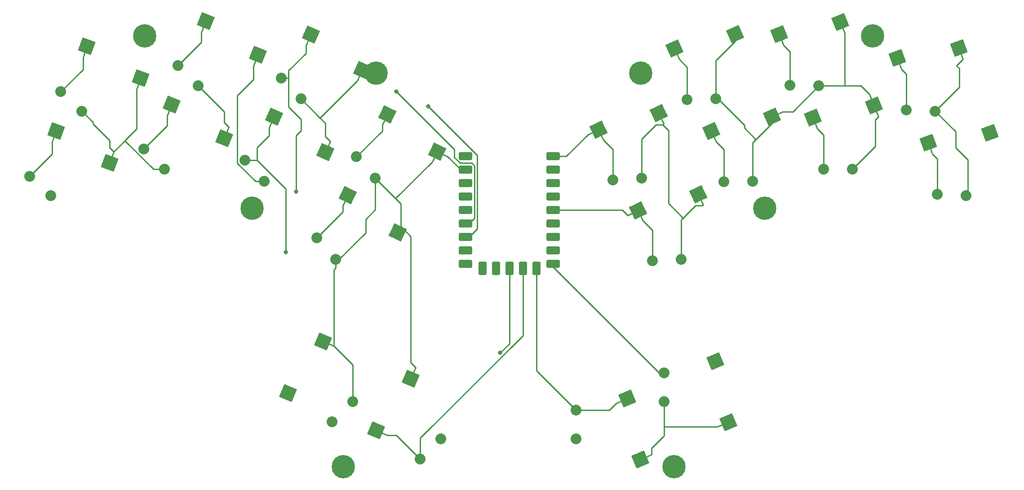
<source format=gbr>
%TF.GenerationSoftware,KiCad,Pcbnew,9.0.0*%
%TF.CreationDate,2025-02-21T22:06:12+01:00*%
%TF.ProjectId,chouchou_mini_choc,63686f75-6368-46f7-955f-6d696e695f63,v1.0.0*%
%TF.SameCoordinates,Original*%
%TF.FileFunction,Copper,L2,Bot*%
%TF.FilePolarity,Positive*%
%FSLAX46Y46*%
G04 Gerber Fmt 4.6, Leading zero omitted, Abs format (unit mm)*
G04 Created by KiCad (PCBNEW 9.0.0) date 2025-02-21 22:06:12*
%MOMM*%
%LPD*%
G01*
G04 APERTURE LIST*
G04 Aperture macros list*
%AMRoundRect*
0 Rectangle with rounded corners*
0 $1 Rounding radius*
0 $2 $3 $4 $5 $6 $7 $8 $9 X,Y pos of 4 corners*
0 Add a 4 corners polygon primitive as box body*
4,1,4,$2,$3,$4,$5,$6,$7,$8,$9,$2,$3,0*
0 Add four circle primitives for the rounded corners*
1,1,$1+$1,$2,$3*
1,1,$1+$1,$4,$5*
1,1,$1+$1,$6,$7*
1,1,$1+$1,$8,$9*
0 Add four rect primitives between the rounded corners*
20,1,$1+$1,$2,$3,$4,$5,0*
20,1,$1+$1,$4,$5,$6,$7,0*
20,1,$1+$1,$6,$7,$8,$9,0*
20,1,$1+$1,$8,$9,$2,$3,0*%
%AMRotRect*
0 Rectangle, with rotation*
0 The origin of the aperture is its center*
0 $1 length*
0 $2 width*
0 $3 Rotation angle, in degrees counterclockwise*
0 Add horizontal line*
21,1,$1,$2,0,0,$3*%
G04 Aperture macros list end*
%TA.AperFunction,SMDPad,CuDef*%
%ADD10RotRect,2.600000X2.600000X22.000000*%
%TD*%
%TA.AperFunction,ComponentPad*%
%ADD11C,2.032000*%
%TD*%
%TA.AperFunction,SMDPad,CuDef*%
%ADD12RotRect,2.600000X2.600000X336.000000*%
%TD*%
%TA.AperFunction,SMDPad,CuDef*%
%ADD13RotRect,2.600000X2.600000X67.000000*%
%TD*%
%TA.AperFunction,SMDPad,CuDef*%
%ADD14RotRect,2.600000X2.600000X334.000000*%
%TD*%
%TA.AperFunction,SMDPad,CuDef*%
%ADD15RotRect,2.600000X2.600000X20.000000*%
%TD*%
%TA.AperFunction,SMDPad,CuDef*%
%ADD16RotRect,2.600000X2.600000X24.000000*%
%TD*%
%TA.AperFunction,SMDPad,CuDef*%
%ADD17RotRect,2.600000X2.600000X26.000000*%
%TD*%
%TA.AperFunction,SMDPad,CuDef*%
%ADD18RotRect,2.600000X2.600000X293.000000*%
%TD*%
%TA.AperFunction,SMDPad,CuDef*%
%ADD19RotRect,2.600000X2.600000X340.000000*%
%TD*%
%TA.AperFunction,ComponentPad*%
%ADD20C,0.700000*%
%TD*%
%TA.AperFunction,ComponentPad*%
%ADD21C,4.400000*%
%TD*%
%TA.AperFunction,SMDPad,CuDef*%
%ADD22RotRect,2.600000X2.600000X338.000000*%
%TD*%
%TA.AperFunction,ComponentPad*%
%ADD23RoundRect,0.400000X-0.900000X-0.400000X0.900000X-0.400000X0.900000X0.400000X-0.900000X0.400000X0*%
%TD*%
%TA.AperFunction,ComponentPad*%
%ADD24RoundRect,0.400050X-0.899950X-0.400050X0.899950X-0.400050X0.899950X0.400050X-0.899950X0.400050X0*%
%TD*%
%TA.AperFunction,ComponentPad*%
%ADD25RoundRect,0.400000X-0.400000X-0.900000X0.400000X-0.900000X0.400000X0.900000X-0.400000X0.900000X0*%
%TD*%
%TA.AperFunction,ComponentPad*%
%ADD26RoundRect,0.393700X-0.393700X-0.906300X0.393700X-0.906300X0.393700X0.906300X-0.393700X0.906300X0*%
%TD*%
%TA.AperFunction,ViaPad*%
%ADD27C,0.800000*%
%TD*%
%TA.AperFunction,Conductor*%
%ADD28C,0.250000*%
%TD*%
G04 APERTURE END LIST*
D10*
%TO.P,S13,1*%
%TO.N,GP6*%
X178169464Y-127397893D03*
%TO.P,S13,2*%
%TO.N,GND*%
X189702572Y-125110991D03*
%TD*%
D11*
%TO.P,S23,1*%
%TO.N,GP13*%
X52125676Y-133338066D03*
%TO.P,S23,2*%
%TO.N,GND*%
X55974921Y-137158185D03*
%TD*%
%TO.P,S22,1*%
%TO.N,GP26*%
X36418760Y-122488531D03*
%TO.P,S22,2*%
%TO.N,GND*%
X40398981Y-126171986D03*
%TD*%
D12*
%TO.P,S6,1*%
%TO.N,GP28*%
X83553722Y-111684142D03*
%TO.P,S6,2*%
%TO.N,GND*%
X93210351Y-118391750D03*
%TD*%
%TO.P,S5,1*%
%TO.N,GP14*%
X76639222Y-127214442D03*
%TO.P,S5,2*%
%TO.N,GND*%
X86295851Y-133922050D03*
%TD*%
D11*
%TO.P,S21,1*%
%TO.N,GP12*%
X30604360Y-138463231D03*
%TO.P,S21,2*%
%TO.N,GND*%
X34584581Y-142146686D03*
%TD*%
%TO.P,S34,1*%
%TO.N,GP2*%
X173854186Y-121322032D03*
%TO.P,S34,2*%
%TO.N,GND*%
X179276779Y-121396085D03*
%TD*%
D13*
%TO.P,S9,1*%
%TO.N,GP11*%
X79299652Y-179376703D03*
%TO.P,S9,2*%
%TO.N,GND*%
X85837707Y-169604481D03*
%TD*%
D14*
%TO.P,S7,1*%
%TO.N,GP15*%
X90522458Y-142031610D03*
%TO.P,S7,2*%
%TO.N,GND*%
X99939113Y-149072144D03*
%TD*%
D15*
%TO.P,S11,1*%
%TO.N,GP7*%
X199904987Y-132131445D03*
%TO.P,S11,2*%
%TO.N,GND*%
X211510881Y-130248436D03*
%TD*%
D13*
%TO.P,S10,1*%
%TO.N,GP10*%
X95868652Y-186409903D03*
%TO.P,S10,2*%
%TO.N,GND*%
X102406707Y-176637681D03*
%TD*%
D16*
%TO.P,S16,1*%
%TO.N,GP1*%
X152082556Y-114348267D03*
%TO.P,S16,2*%
%TO.N,GND*%
X163528826Y-111660259D03*
%TD*%
D17*
%TO.P,S18,1*%
%TO.N,GP0*%
X137758141Y-129623441D03*
%TO.P,S18,2*%
%TO.N,GND*%
X149103629Y-126537601D03*
%TD*%
D11*
%TO.P,S25,1*%
%TO.N,GP14*%
X71097673Y-135419890D03*
%TO.P,S25,2*%
%TO.N,GND*%
X74811254Y-139372018D03*
%TD*%
%TO.P,S35,1*%
%TO.N,GP5*%
X161386872Y-139487256D03*
%TO.P,S35,2*%
%TO.N,GND*%
X166808746Y-139372018D03*
%TD*%
D14*
%TO.P,S8,1*%
%TO.N,GP29*%
X97974758Y-126752110D03*
%TO.P,S8,2*%
%TO.N,GND*%
X107391413Y-133792644D03*
%TD*%
D11*
%TO.P,S38,1*%
%TO.N,GP0*%
X140481840Y-139142873D03*
%TO.P,S38,2*%
%TO.N,GND*%
X145896390Y-138838485D03*
%TD*%
%TO.P,S26,1*%
%TO.N,GP28*%
X78012173Y-119889590D03*
%TO.P,S26,2*%
%TO.N,GND*%
X81725754Y-123841718D03*
%TD*%
D18*
%TO.P,S19,1*%
%TO.N,GP8*%
X159761159Y-173347395D03*
%TO.P,S19,2*%
%TO.N,GND*%
X162248993Y-184838836D03*
%TD*%
D15*
%TO.P,S12,1*%
%TO.N,GP3*%
X194090587Y-116156745D03*
%TO.P,S12,2*%
%TO.N,GND*%
X205696481Y-114273736D03*
%TD*%
D11*
%TO.P,S39,1*%
%TO.N,GP8*%
X150112226Y-175569154D03*
%TO.P,S39,2*%
%TO.N,GND*%
X150132821Y-180992214D03*
%TD*%
%TO.P,S28,1*%
%TO.N,GP29*%
X92150219Y-134759163D03*
%TO.P,S28,2*%
%TO.N,GND*%
X95723610Y-138838485D03*
%TD*%
D19*
%TO.P,S2,1*%
%TO.N,GP26*%
X41374427Y-113916513D03*
%TO.P,S2,2*%
%TO.N,GND*%
X51475432Y-119934169D03*
%TD*%
D11*
%TO.P,S40,1*%
%TO.N,GP9*%
X133543126Y-182602354D03*
%TO.P,S40,2*%
%TO.N,GND*%
X133563721Y-188025414D03*
%TD*%
%TO.P,S36,1*%
%TO.N,GP1*%
X154472372Y-123956956D03*
%TO.P,S36,2*%
%TO.N,GND*%
X159894246Y-123841718D03*
%TD*%
D17*
%TO.P,S17,1*%
%TO.N,GP4*%
X145210441Y-144902941D03*
%TO.P,S17,2*%
%TO.N,GND*%
X156555929Y-141817101D03*
%TD*%
D20*
%TO.P,_6,1*%
%TO.N,N/C*%
X144251190Y-119725312D03*
X144174095Y-118464814D03*
X145197014Y-120562105D03*
X145010888Y-117518990D03*
D21*
X145734200Y-119002000D03*
D20*
X146457512Y-120485010D03*
X146271386Y-117441895D03*
X147294305Y-119539186D03*
X147217210Y-118278688D03*
%TD*%
%TO.P,_2,1*%
%TO.N,N/C*%
X187846307Y-112523233D03*
X187901392Y-111261580D03*
X188699480Y-113454308D03*
X188832467Y-110408407D03*
D21*
X189396800Y-111958900D03*
D20*
X189961133Y-113509393D03*
X190094120Y-110463492D03*
X190892208Y-112656220D03*
X190947293Y-111394567D03*
%TD*%
D11*
%TO.P,S37,1*%
%TO.N,GP4*%
X147934140Y-154422373D03*
%TO.P,S37,2*%
%TO.N,GND*%
X153348690Y-154117985D03*
%TD*%
D18*
%TO.P,S20,1*%
%TO.N,GP9*%
X143192059Y-180380595D03*
%TO.P,S20,2*%
%TO.N,GND*%
X145679893Y-191872036D03*
%TD*%
D20*
%TO.P,_5,1*%
%TO.N,N/C*%
X94402790Y-118278688D03*
X94325695Y-119539186D03*
X95348614Y-117441895D03*
X96609112Y-117518990D03*
D21*
X95885800Y-119002000D03*
D20*
X95162488Y-120485010D03*
X96422986Y-120562105D03*
X97445905Y-118464814D03*
X97368810Y-119725312D03*
%TD*%
%TO.P,_3,1*%
%TO.N,N/C*%
X71026150Y-143816785D03*
X71942193Y-142947493D03*
X70993093Y-145079207D03*
X73204615Y-142980550D03*
D21*
X72533500Y-144487900D03*
D20*
X71862385Y-145995250D03*
X74073907Y-143896593D03*
X73124807Y-146028307D03*
X74040850Y-145159015D03*
%TD*%
D22*
%TO.P,S3,1*%
%TO.N,GP13*%
X57377482Y-124944219D03*
%TO.P,S3,2*%
%TO.N,GND*%
X67262321Y-131310730D03*
%TD*%
D11*
%TO.P,S29,1*%
%TO.N,GP11*%
X87600563Y-184774203D03*
%TO.P,S29,2*%
%TO.N,GND*%
X91487279Y-180992214D03*
%TD*%
D20*
%TO.P,_7,1*%
%TO.N,N/C*%
X89007294Y-194768333D03*
X88122147Y-193867601D03*
X90270101Y-194779353D03*
X88133167Y-192604794D03*
D21*
X89652000Y-193249500D03*
D20*
X91170833Y-193894206D03*
X89033899Y-191719647D03*
X91181853Y-192631399D03*
X90296706Y-191730667D03*
%TD*%
D23*
%TO.P,RP2040Zero1,1*%
%TO.N,GP0*%
X129190000Y-134675600D03*
X129190000Y-134675600D03*
%TO.P,RP2040Zero1,2*%
%TO.N,GP1*%
X129190000Y-137215600D03*
X129190000Y-137215600D03*
%TO.P,RP2040Zero1,3*%
%TO.N,GP2*%
X129190000Y-139755600D03*
X129190000Y-139755600D03*
%TO.P,RP2040Zero1,4*%
%TO.N,GP3*%
X129190000Y-142295600D03*
X129190000Y-142295600D03*
%TO.P,RP2040Zero1,5*%
%TO.N,GP4*%
X129190000Y-144835600D03*
X129190000Y-144835600D03*
D24*
%TO.P,RP2040Zero1,6*%
%TO.N,GP5*%
X129190000Y-147375600D03*
X129190000Y-147375600D03*
%TO.P,RP2040Zero1,7*%
%TO.N,GP6*%
X129190000Y-149915600D03*
X129190000Y-149915600D03*
%TO.P,RP2040Zero1,8*%
%TO.N,GP7*%
X129190000Y-152455600D03*
X129190000Y-152455600D03*
%TO.P,RP2040Zero1,9*%
%TO.N,GP8*%
X129190000Y-154995600D03*
X129190000Y-154995600D03*
D25*
%TO.P,RP2040Zero1,10*%
%TO.N,GP9*%
X126050000Y-155805600D03*
X126050000Y-155805600D03*
D26*
%TO.P,RP2040Zero1,11*%
%TO.N,GP10*%
X123510000Y-155805600D03*
X123510000Y-155805600D03*
%TO.P,RP2040Zero1,12*%
%TO.N,GP11*%
X120970000Y-155805600D03*
X120970000Y-155805600D03*
%TO.P,RP2040Zero1,13*%
%TO.N,GP12*%
X118430000Y-155805600D03*
X118430000Y-155805600D03*
%TO.P,RP2040Zero1,14*%
%TO.N,GP13*%
X115890000Y-155805600D03*
X115890000Y-155805600D03*
D24*
%TO.P,RP2040Zero1,15*%
%TO.N,GP14*%
X112750000Y-154995600D03*
X112750000Y-154995600D03*
%TO.P,RP2040Zero1,16*%
%TO.N,GP15*%
X112750000Y-152455600D03*
X112750000Y-152455600D03*
%TO.P,RP2040Zero1,17*%
%TO.N,GP26*%
X112750000Y-149915600D03*
X112750000Y-149915600D03*
%TO.P,RP2040Zero1,18*%
%TO.N,GP27*%
X112750000Y-147375600D03*
X112750000Y-147375600D03*
%TO.P,RP2040Zero1,19*%
%TO.N,P5V*%
X112750000Y-134675600D03*
X112750000Y-134675600D03*
%TO.P,RP2040Zero1,20*%
%TO.N,GND*%
X112750000Y-137215600D03*
X112750000Y-137215600D03*
%TO.P,RP2040Zero1,21*%
%TO.N,P3V3*%
X112750000Y-139755600D03*
X112750000Y-139755600D03*
%TO.P,RP2040Zero1,22*%
%TO.N,GP28*%
X112750000Y-144835600D03*
X112750000Y-144835600D03*
%TO.P,RP2040Zero1,23*%
%TO.N,GP29*%
X112750000Y-142295600D03*
X112750000Y-142295600D03*
%TD*%
D16*
%TO.P,S15,1*%
%TO.N,GP5*%
X158997056Y-129878567D03*
%TO.P,S15,2*%
%TO.N,GND*%
X170443326Y-127190559D03*
%TD*%
D11*
%TO.P,S31,1*%
%TO.N,GP7*%
X201618713Y-141883433D03*
%TO.P,S31,2*%
%TO.N,GND*%
X207035419Y-142146686D03*
%TD*%
D22*
%TO.P,S4,1*%
%TO.N,GP27*%
X63745782Y-109182119D03*
%TO.P,S4,2*%
%TO.N,GND*%
X73630621Y-115548630D03*
%TD*%
D10*
%TO.P,S14,1*%
%TO.N,GP2*%
X171801164Y-111635793D03*
%TO.P,S14,2*%
%TO.N,GND*%
X183334272Y-109348891D03*
%TD*%
D11*
%TO.P,S33,1*%
%TO.N,GP6*%
X180222486Y-137084132D03*
%TO.P,S33,2*%
%TO.N,GND*%
X185645079Y-137158185D03*
%TD*%
%TO.P,S27,1*%
%TO.N,GP15*%
X84697919Y-150038663D03*
%TO.P,S27,2*%
%TO.N,GND*%
X88271310Y-154117985D03*
%TD*%
D20*
%TO.P,_8,1*%
%TO.N,N/C*%
X151323294Y-191730667D03*
X152586101Y-191719647D03*
X150438147Y-192631399D03*
X153486833Y-192604794D03*
D21*
X151968000Y-193249500D03*
D20*
X150449167Y-193894206D03*
X153497853Y-193867601D03*
X151349899Y-194779353D03*
X152612706Y-194768333D03*
%TD*%
D11*
%TO.P,S30,1*%
%TO.N,GP10*%
X104169563Y-191807403D03*
%TO.P,S30,2*%
%TO.N,GND*%
X108056279Y-188025414D03*
%TD*%
%TO.P,S32,1*%
%TO.N,GP3*%
X195804313Y-125908733D03*
%TO.P,S32,2*%
%TO.N,GND*%
X201221019Y-126171986D03*
%TD*%
D20*
%TO.P,_4,1*%
%TO.N,N/C*%
X167579150Y-145159015D03*
X167546093Y-143896593D03*
X168495193Y-146028307D03*
X168415385Y-142980550D03*
D21*
X169086500Y-144487900D03*
D20*
X169757615Y-145995250D03*
X169677807Y-142947493D03*
X170626907Y-145079207D03*
X170593850Y-143816785D03*
%TD*%
D11*
%TO.P,S24,1*%
%TO.N,GP27*%
X58493976Y-117575966D03*
%TO.P,S24,2*%
%TO.N,GND*%
X62343221Y-121396085D03*
%TD*%
D19*
%TO.P,S1,1*%
%TO.N,GP12*%
X35560027Y-129891213D03*
%TO.P,S1,2*%
%TO.N,GND*%
X45661032Y-135908869D03*
%TD*%
D20*
%TO.P,_1,1*%
%TO.N,N/C*%
X50672707Y-111394567D03*
X51525880Y-110463492D03*
X50727792Y-112656220D03*
X52787533Y-110408407D03*
D21*
X52223200Y-111958900D03*
D20*
X51658867Y-113509393D03*
X53718608Y-111261580D03*
X52920520Y-113454308D03*
X53773693Y-112523233D03*
%TD*%
D27*
%TO.N,GP26*%
X105703600Y-125292100D03*
%TO.N,GP27*%
X99706800Y-122470400D03*
%TO.N,GP14*%
X78865600Y-152748800D03*
%TO.N,GP28*%
X80760700Y-141344700D03*
%TO.N,GP11*%
X119250700Y-171748000D03*
%TD*%
D28*
%TO.N,GP12*%
X30604400Y-138463200D02*
X34801200Y-134266400D01*
X35560000Y-129891200D02*
X34801200Y-131976200D01*
X34801200Y-134266400D02*
X34801200Y-131976200D01*
%TO.N,GND*%
X184189900Y-121396100D02*
X179276800Y-121396100D01*
X102406700Y-176637700D02*
X103299100Y-174535300D01*
X48567300Y-131752000D02*
X53973500Y-137158200D01*
X111821200Y-137215600D02*
X113350000Y-137215600D01*
X189966200Y-132837100D02*
X185645100Y-137158200D01*
X184189900Y-121396100D02*
X184189900Y-111466600D01*
X157304900Y-143992300D02*
X156045100Y-143992300D01*
X149852600Y-128712800D02*
X150990500Y-129850700D01*
X81725800Y-123841700D02*
X85313600Y-127429500D01*
X67262300Y-126315200D02*
X67262300Y-128337500D01*
X46419900Y-133823800D02*
X46419800Y-133823800D01*
X188847100Y-122993300D02*
X187249900Y-121396100D01*
X159894200Y-116586300D02*
X159894200Y-123841700D01*
X67262300Y-131310700D02*
X68117900Y-129193000D01*
X95723600Y-144752600D02*
X95723600Y-138838500D01*
X147782300Y-190979600D02*
X147782300Y-189769600D01*
X187249900Y-121396100D02*
X184189900Y-121396100D01*
X170443300Y-128482000D02*
X167427900Y-131497400D01*
X189702600Y-125111000D02*
X188847000Y-122993300D01*
X165289900Y-128837000D02*
X165289900Y-129359500D01*
X183334300Y-109348900D02*
X184189900Y-111466600D01*
X150132800Y-187419100D02*
X150132800Y-185731200D01*
X109357000Y-134751400D02*
X111821200Y-137215600D01*
X166808700Y-132116600D02*
X166808700Y-139372000D01*
X205229000Y-117585100D02*
X206455300Y-116358800D01*
X87940100Y-170496900D02*
X91487300Y-174044100D01*
X201221000Y-126172000D02*
X205799000Y-121594000D01*
X156045100Y-143992300D02*
X153727900Y-146309500D01*
X167427900Y-131497400D02*
X166808700Y-132116600D01*
X206455300Y-116358800D02*
X206455400Y-116358800D01*
X67262300Y-128337500D02*
X68117800Y-129193000D01*
X190558100Y-127228700D02*
X189966200Y-127820600D01*
X91487300Y-174044100D02*
X91487300Y-180992200D01*
X150990500Y-129850700D02*
X150990500Y-143572100D01*
X205696500Y-114273700D02*
X206455400Y-116358800D01*
X99538000Y-142652800D02*
X100512200Y-143627100D01*
X156555900Y-141817100D02*
X157514600Y-143782600D01*
X99538000Y-142652800D02*
X106432700Y-135758100D01*
X88271300Y-155782700D02*
X87940100Y-156113900D01*
X170443300Y-127190600D02*
X170443300Y-128482000D01*
X86295900Y-128411800D02*
X86295900Y-130950000D01*
X45661000Y-131725200D02*
X42494100Y-128558300D01*
X150990500Y-143572100D02*
X153727900Y-146309500D01*
X87940100Y-156113900D02*
X87940100Y-170496800D01*
X145679900Y-191872000D02*
X147782300Y-190979600D01*
X93874700Y-149098300D02*
X93874700Y-146601500D01*
X189966200Y-127820600D02*
X189966200Y-132837100D01*
X45661000Y-133065000D02*
X45661000Y-131725200D01*
X102406700Y-173642900D02*
X102406700Y-149791700D01*
X205799000Y-118155200D02*
X205229000Y-117585100D01*
X205059200Y-133013800D02*
X205059200Y-130010200D01*
X68117800Y-129193000D02*
X68117900Y-129193000D01*
X69739000Y-123259700D02*
X69739000Y-135978200D01*
X48567300Y-131752000D02*
X48491700Y-131752000D01*
X205799000Y-121594000D02*
X205799000Y-118155200D01*
X92294800Y-120448300D02*
X85313600Y-127429500D01*
X207035400Y-142146700D02*
X207358700Y-141823400D01*
X174397900Y-126275000D02*
X179276800Y-121396100D01*
X149103600Y-126537600D02*
X150062300Y-128503100D01*
X100512200Y-143627100D02*
X100512200Y-147897200D01*
X149852600Y-128712800D02*
X148592800Y-128712800D01*
X42494100Y-128267100D02*
X40399000Y-126172000D01*
X73132800Y-139372000D02*
X74811300Y-139372000D01*
X160294600Y-123841700D02*
X165289900Y-128837000D01*
X95723600Y-138838500D02*
X99538000Y-142652800D01*
X53973500Y-137158200D02*
X55974900Y-137158200D01*
X102406700Y-149791700D02*
X100512200Y-147897200D01*
X153348700Y-146688700D02*
X153348700Y-154118000D01*
X107391400Y-133792600D02*
X106432700Y-135758100D01*
X51475400Y-119934200D02*
X50716600Y-122019200D01*
X150132800Y-185731200D02*
X150132800Y-180992200D01*
X153727900Y-146309500D02*
X153348700Y-146688700D01*
X159894200Y-123841700D02*
X160294600Y-123841700D01*
X145896400Y-131409200D02*
X145896400Y-138838500D01*
X42494100Y-128558300D02*
X42494100Y-128267100D01*
X207358700Y-135313300D02*
X205059200Y-133013800D01*
X207358700Y-141823400D02*
X207358700Y-135313300D01*
X189702600Y-125111000D02*
X190558200Y-127228700D01*
X72775000Y-117666400D02*
X72775000Y-120223700D01*
X165289900Y-129359500D02*
X167427900Y-131497400D01*
X86295900Y-133922100D02*
X87211500Y-131865600D01*
X188847000Y-122993300D02*
X188847100Y-122993300D01*
X163528800Y-112951700D02*
X159894200Y-116586300D01*
X148592800Y-128712800D02*
X145896400Y-131409200D01*
X93210400Y-118391800D02*
X92294800Y-120448300D01*
X88855000Y-154118000D02*
X93874700Y-149098300D01*
X190558200Y-127228700D02*
X190558100Y-127228700D01*
X163528800Y-111660300D02*
X163528800Y-112951700D01*
X150062300Y-128503100D02*
X149852600Y-128712800D01*
X48567300Y-131676400D02*
X48567300Y-131752000D01*
X69739000Y-135978200D02*
X73132800Y-139372000D01*
X172499900Y-126275000D02*
X174397900Y-126275000D01*
X170443300Y-127190600D02*
X172499900Y-126275000D01*
X50716600Y-129527100D02*
X48567300Y-131676400D01*
X72775000Y-120223700D02*
X69739000Y-123259700D01*
X93874700Y-146601500D02*
X95723600Y-144752600D01*
X85313600Y-127429500D02*
X86295900Y-128411800D01*
X73630600Y-115548600D02*
X72775000Y-117666400D01*
X205059200Y-130010200D02*
X201221000Y-126172000D01*
X46419800Y-133823800D02*
X45661000Y-133065000D01*
X88271300Y-154118000D02*
X88855000Y-154118000D01*
X160146600Y-185731200D02*
X150132800Y-185731200D01*
X50716600Y-122019200D02*
X50716600Y-129527100D01*
X86295900Y-130950000D02*
X87211500Y-131865600D01*
X157514600Y-143782600D02*
X157304900Y-143992300D01*
X147782300Y-189769600D02*
X150132800Y-187419100D01*
X107391400Y-133792600D02*
X109357000Y-134751400D01*
X99939100Y-149072100D02*
X100512200Y-147897200D01*
X103299100Y-174535300D02*
X102406700Y-173642900D01*
X87940100Y-170496800D02*
X87940100Y-170496900D01*
X48491700Y-131752000D02*
X46419900Y-133823800D01*
X88271300Y-154118000D02*
X88271300Y-155782700D01*
X62343200Y-121396100D02*
X67262300Y-126315200D01*
X162249000Y-184838800D02*
X160146600Y-185731200D01*
X45661000Y-135908900D02*
X46419900Y-133823800D01*
X85837700Y-169604500D02*
X87940100Y-170496800D01*
%TO.N,GP26*%
X40615600Y-118291700D02*
X40615600Y-116001500D01*
X114893500Y-148372100D02*
X113350000Y-149915600D01*
X41374400Y-113916500D02*
X40615600Y-116001500D01*
X36418800Y-122488500D02*
X40615600Y-118291700D01*
X114893500Y-134482000D02*
X114893500Y-148372100D01*
X105703600Y-125292100D02*
X114893500Y-134482000D01*
%TO.N,GP13*%
X52125700Y-133338100D02*
X56522000Y-128941800D01*
X57377500Y-124944200D02*
X56521900Y-127061900D01*
X56522000Y-127061900D02*
X56521900Y-127061900D01*
X56522000Y-128941800D02*
X56522000Y-127061900D01*
%TO.N,GP27*%
X111660600Y-135945600D02*
X110624800Y-134909800D01*
X62890300Y-111299800D02*
X62890200Y-111299800D01*
X63745800Y-109182100D02*
X62890200Y-111299800D01*
X114421300Y-146304300D02*
X114421300Y-136501800D01*
X62890300Y-113179700D02*
X62890300Y-111299800D01*
X113350000Y-147375600D02*
X114421300Y-146304300D01*
X113865100Y-135945600D02*
X111660600Y-135945600D01*
X110624800Y-133388400D02*
X99706800Y-122470400D01*
X114421300Y-136501800D02*
X113865100Y-135945600D01*
X58494000Y-117576000D02*
X62890300Y-113179700D01*
X110624800Y-134909800D02*
X110624800Y-133388400D01*
%TO.N,GP14*%
X75723700Y-129271000D02*
X75723700Y-130793900D01*
X75723600Y-129270900D02*
X75723700Y-129271000D01*
X73461900Y-133055700D02*
X73461900Y-135419900D01*
X78865600Y-140823600D02*
X78865600Y-152748800D01*
X73461900Y-135419900D02*
X71097700Y-135419900D01*
X73461900Y-135419900D02*
X78865600Y-140823600D01*
X76639200Y-127214400D02*
X75723600Y-129270900D01*
X75723700Y-130793900D02*
X73461900Y-133055700D01*
%TO.N,GP28*%
X79385700Y-125364100D02*
X81707800Y-127686200D01*
X82638200Y-115263600D02*
X79385700Y-118516100D01*
X82638100Y-113740600D02*
X82638200Y-113740700D01*
X79385700Y-119889600D02*
X78012200Y-119889600D01*
X79385700Y-118516100D02*
X79385700Y-119889600D01*
X81707800Y-129855000D02*
X80760700Y-130802100D01*
X79385700Y-119889600D02*
X79385700Y-125364100D01*
X83553700Y-111684100D02*
X82638100Y-113740600D01*
X80760700Y-130802100D02*
X80760700Y-141344700D01*
X82638200Y-113740700D02*
X82638200Y-115263600D01*
X81707800Y-127686200D02*
X81707800Y-129855000D01*
%TO.N,GP15*%
X84697900Y-150038700D02*
X89563800Y-145172800D01*
X90522500Y-142031600D02*
X89563700Y-143997200D01*
X89563800Y-145172800D02*
X89563800Y-143997300D01*
X89563800Y-143997300D02*
X89563700Y-143997200D01*
%TO.N,GP29*%
X97016100Y-129893300D02*
X97016100Y-128717800D01*
X97974800Y-126752100D02*
X97016000Y-128717700D01*
X92150200Y-134759200D02*
X97016100Y-129893300D01*
X97016100Y-128717800D02*
X97016000Y-128717700D01*
%TO.N,GP11*%
X119250700Y-171748000D02*
X120970000Y-170028700D01*
X120970000Y-170028700D02*
X120970000Y-155205600D01*
%TO.N,GP10*%
X104169600Y-191807400D02*
X104169600Y-187856800D01*
X104169600Y-191807400D02*
X99664400Y-187302200D01*
X95868700Y-186409900D02*
X97971100Y-187302300D01*
X123510000Y-168516400D02*
X123510000Y-155205600D01*
X97971200Y-187302200D02*
X97971100Y-187302300D01*
X104169600Y-187856800D02*
X123510000Y-168516400D01*
X99664400Y-187302200D02*
X97971200Y-187302200D01*
%TO.N,GP7*%
X201618700Y-141883400D02*
X201618700Y-135171300D01*
X199905000Y-132131400D02*
X200663900Y-134216500D01*
X201618700Y-135171300D02*
X200663900Y-134216500D01*
%TO.N,GP3*%
X195804300Y-125908700D02*
X195804300Y-119196600D01*
X195804300Y-119196600D02*
X194849500Y-118241800D01*
X194090600Y-116156700D02*
X194849500Y-118241800D01*
%TO.N,GP6*%
X180222500Y-137084100D02*
X180222500Y-130713000D01*
X178169500Y-127397900D02*
X179025100Y-129515600D01*
X180222500Y-130713000D02*
X179025100Y-129515600D01*
%TO.N,GP2*%
X173854200Y-121322000D02*
X173854200Y-114950900D01*
X173854200Y-114950900D02*
X172656800Y-113753500D01*
X171801200Y-111635800D02*
X172656800Y-113753500D01*
%TO.N,GP5*%
X158997100Y-129878600D02*
X159912700Y-131935000D01*
X161386900Y-139487300D02*
X161386900Y-133409200D01*
X161386900Y-133409200D02*
X159912700Y-131935000D01*
%TO.N,GP1*%
X152082600Y-114348300D02*
X152998200Y-116404700D01*
X154472400Y-123957000D02*
X154472400Y-117878900D01*
X154472400Y-117878900D02*
X152998200Y-116404700D01*
%TO.N,GP4*%
X142218900Y-144835600D02*
X143244900Y-145861600D01*
X145210400Y-144902900D02*
X143244900Y-145861600D01*
X128590000Y-144835600D02*
X142218900Y-144835600D01*
X147934100Y-154422400D02*
X147934100Y-148633500D01*
X145210400Y-144902900D02*
X146169100Y-146868500D01*
X147934100Y-148633500D02*
X146169100Y-146868500D01*
%TO.N,GP0*%
X131699100Y-134675600D02*
X135792600Y-130582100D01*
X128590000Y-134675600D02*
X131699100Y-134675600D01*
X140481800Y-139142900D02*
X140481800Y-133354000D01*
X140481800Y-133354000D02*
X138716800Y-131589000D01*
X137758100Y-129623400D02*
X138716800Y-131589000D01*
X137758100Y-129623400D02*
X135792600Y-130582100D01*
%TO.N,GP8*%
X149163600Y-175569200D02*
X150112200Y-175569200D01*
X128590000Y-154995600D02*
X149163600Y-175569200D01*
%TO.N,GP9*%
X143192100Y-180380600D02*
X141089700Y-181273000D01*
X139760300Y-182602400D02*
X141089700Y-181273000D01*
X126050000Y-175109300D02*
X133543100Y-182602400D01*
X126050000Y-155205600D02*
X126050000Y-175109300D01*
X133543100Y-182602400D02*
X139760300Y-182602400D01*
%TD*%
M02*

</source>
